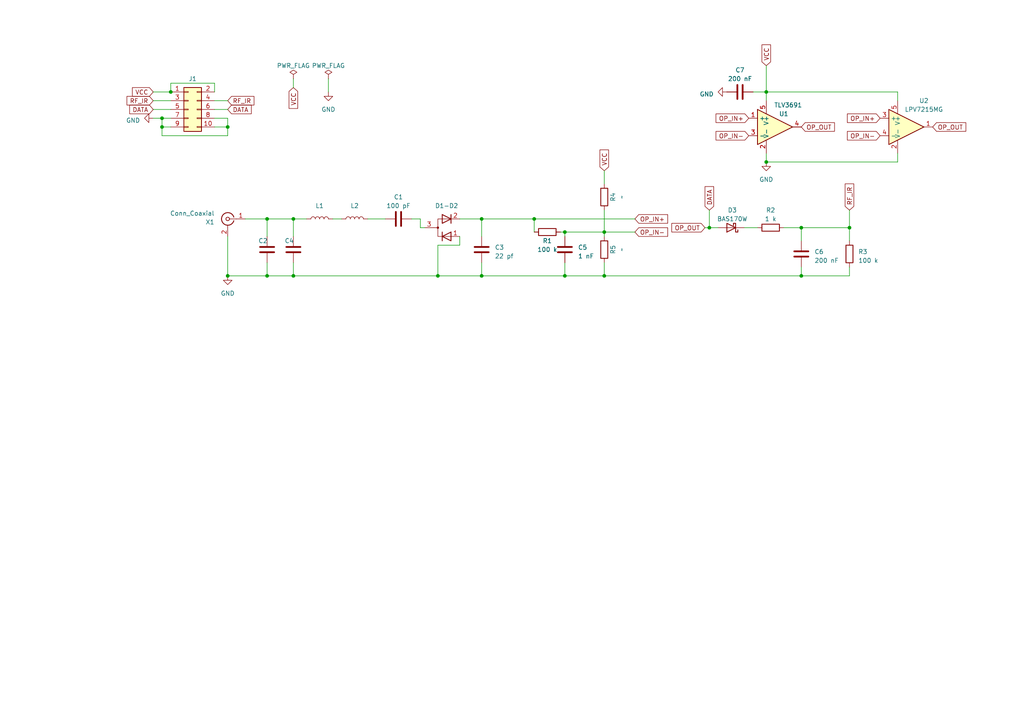
<source format=kicad_sch>
(kicad_sch (version 20230121) (generator eeschema)
  (paper "A4")
  (title_block (title "WUR Frontend") (rev "V1.1"))
  (lib_symbols
    (symbol "Connector:Conn_Coaxial" (pin_names (offset 1.016) hide)
      (property "Reference" "J" (at 0.254 3.048 0))
      (property "Value" "Conn_Coaxial" (at 2.921 0 90))
      (symbol "Conn_Coaxial_0_1"
        (arc (start -1.778 -0.508) (mid 0.2311 -1.8066) (end 1.778 0) (stroke (width 0.254)))
        (polyline (pts (xy -2.54 0) (xy -0.508 0)))
        (polyline (pts (xy 0 -2.54) (xy 0 -1.778)))
        (circle (center 0 0) (radius 0.508) (stroke (width 0.2032)))
        (arc (start 1.778 0) (mid 0.2099 1.8101) (end -1.778 0.508) (stroke (width 0.254)))
      )
      (symbol "Conn_Coaxial_1_1"
        (pin passive line (at -5.08 0 0) (length 2.54) (name "In") (number "1"))
        (pin passive line (at 0 -5.08 90) (length 2.54) (name "Ext") (number "2"))
      )
    )
    (symbol "Connector_Generic:Conn_02x05_Odd_Even" (pin_names (offset 1.016) hide)
      (property "Reference" "J" (at 1.27 7.62 0))
      (property "Value" "Conn_02x05_Odd_Even" (at 1.27 -7.62 0))
      (symbol "Conn_02x05_Odd_Even_1_1"
        (rectangle (start -1.27 -4.953) (end 0 -5.207) (stroke (width 0.1524)))
        (rectangle (start -1.27 -2.413) (end 0 -2.667) (stroke (width 0.1524)))
        (rectangle (start -1.27 0.127) (end 0 -0.127) (stroke (width 0.1524)))
        (rectangle (start -1.27 2.667) (end 0 2.413) (stroke (width 0.1524)))
        (rectangle (start -1.27 5.207) (end 0 4.953) (stroke (width 0.1524)))
        (rectangle (start -1.27 6.35) (end 3.81 -6.35) (stroke (width 0.254)) (fill (type background)))
        (rectangle (start 3.81 -4.953) (end 2.54 -5.207) (stroke (width 0.1524)))
        (rectangle (start 3.81 -2.413) (end 2.54 -2.667) (stroke (width 0.1524)))
        (rectangle (start 3.81 0.127) (end 2.54 -0.127) (stroke (width 0.1524)))
        (rectangle (start 3.81 2.667) (end 2.54 2.413) (stroke (width 0.1524)))
        (rectangle (start 3.81 5.207) (end 2.54 4.953) (stroke (width 0.1524)))
        (pin passive line (at -5.08 5.08 0) (length 3.81) (name "Pin_1") (number "1"))
        (pin passive line (at 7.62 -5.08 180) (length 3.81) (name "Pin_10") (number "10"))
        (pin passive line (at 7.62 5.08 180) (length 3.81) (name "Pin_2") (number "2"))
        (pin passive line (at -5.08 2.54 0) (length 3.81) (name "Pin_3") (number "3"))
        (pin passive line (at 7.62 2.54 180) (length 3.81) (name "Pin_4") (number "4"))
        (pin passive line (at -5.08 0 0) (length 3.81) (name "Pin_5") (number "5"))
        (pin passive line (at 7.62 0 180) (length 3.81) (name "Pin_6") (number "6"))
        (pin passive line (at -5.08 -2.54 0) (length 3.81) (name "Pin_7") (number "7"))
        (pin passive line (at 7.62 -2.54 180) (length 3.81) (name "Pin_8") (number "8"))
        (pin passive line (at -5.08 -5.08 0) (length 3.81) (name "Pin_9") (number "9"))
      )
    )
    (symbol "Device:C" (pin_numbers hide) (pin_names (offset 0.254))
      (property "Reference" "C" (at 0.635 2.54 0))
      (property "Value" "C" (at 0.635 -2.54 0))
      (symbol "C_0_1"
        (polyline (pts (xy -2.032 -0.762) (xy 2.032 -0.762)) (stroke (width 0.508)))
        (polyline (pts (xy -2.032 0.762) (xy 2.032 0.762)) (stroke (width 0.508)))
      )
      (symbol "C_1_1"
        (pin passive line (at 0 3.81 270) (length 2.794) (name "~") (number "1"))
        (pin passive line (at 0 -3.81 90) (length 2.794) (name "~") (number "2"))
      )
    )
    (symbol "Device:D_Dual_Series_AKC_Parallel" (pin_names (offset 0.762) hide)
      (property "Reference" "D" (at 0 5.08 0))
      (property "Value" "D_Dual_Series_AKC_Parallel" (at 0 -5.08 0))
      (symbol "D_Dual_Series_AKC_Parallel_0_0"
        (polyline (pts (xy 0 -1.27) (xy 0 -3.81)) (stroke (width 0.254)))
        (polyline (pts (xy 2.54 3.81) (xy 2.54 1.27)) (stroke (width 0.254)))
      )
      (symbol "D_Dual_Series_AKC_Parallel_0_1"
        (circle (center -1.27 0) (radius 0.254) (fill (type outline)))
        (polyline (pts (xy -1.27 0) (xy -2.54 0)))
        (polyline (pts (xy 2.54 2.54) (xy -1.27 2.54) (xy -1.27 -2.54) (xy 2.54 -2.54)))
        (polyline (pts (xy 0 3.81) (xy 2.54 2.54) (xy 0 1.27) (xy 0 3.81) (xy 0 3.81) (xy 0 3.81)) (stroke (width 0.254)))
        (polyline (pts (xy 2.54 -1.27) (xy 0 -2.54) (xy 2.54 -3.81) (xy 2.54 -1.27) (xy 2.54 -1.27) (xy 2.54 -1.27)) (stroke (width 0.254)))
        (pin passive line (at 5.08 -2.54 180) (length 2.54) (name "K") (number "1"))
        (pin passive line (at 5.08 2.54 180) (length 2.54) (name "K") (number "2"))
        (pin passive line (at -5.08 0 0) (length 2.54) (name "A") (number "3"))
      )
    )
    (symbol "Device:D_Schottky" (pin_numbers hide) (pin_names (offset 1.016) hide)
      (property "Reference" "D" (at 0 2.54 0))
      (property "Value" "D_Schottky" (at 0 -2.54 0))
      (symbol "D_Schottky_0_1"
        (polyline (pts (xy 1.27 0) (xy -1.27 0)))
        (polyline (pts (xy 1.27 1.27) (xy 1.27 -1.27) (xy -1.27 0) (xy 1.27 1.27)) (stroke (width 0.254)))
        (polyline (pts (xy -1.905 0.635) (xy -1.905 1.27) (xy -1.27 1.27) (xy -1.27 -1.27) (xy -0.635 -1.27) (xy -0.635 -0.635)) (stroke (width 0.254)))
      )
      (symbol "D_Schottky_1_1"
        (pin passive line (at -3.81 0 0) (length 2.54) (name "K") (number "1"))
        (pin passive line (at 3.81 0 180) (length 2.54) (name "A") (number "2"))
      )
    )
    (symbol "Device:L" (pin_numbers hide) (pin_names (offset 1.016) hide)
      (property "Reference" "L" (at -1.27 0 90))
      (property "Value" "L" (at 1.905 0 90))
      (symbol "L_0_1"
        (arc (start 0 -2.54) (mid 0.6323 -1.905) (end 0 -1.27))
        (arc (start 0 -1.27) (mid 0.6323 -0.635) (end 0 0))
        (arc (start 0 0) (mid 0.6323 0.635) (end 0 1.27))
        (arc (start 0 1.27) (mid 0.6323 1.905) (end 0 2.54))
      )
      (symbol "L_1_1"
        (pin passive line (at 0 3.81 270) (length 1.27) (name "1") (number "1"))
        (pin passive line (at 0 -3.81 90) (length 1.27) (name "2") (number "2"))
      )
    )
    (symbol "Device:R" (pin_numbers hide) (pin_names (offset 0))
      (property "Reference" "R" (at 2.032 0 90))
      (property "Value" "R" (at 0 0 90))
      (symbol "R_0_1"
        (rectangle (start -1.016 -2.54) (end 1.016 2.54) (stroke (width 0.254)))
      )
      (symbol "R_1_1"
        (pin passive line (at 0 3.81 270) (length 1.27) (name "~") (number "1"))
        (pin passive line (at 0 -3.81 90) (length 1.27) (name "~") (number "2"))
      )
    )
    (symbol "power:GND" (power) (pin_names (offset 0))
      (property "Value" "GND" (at 0 -3.81 0))
      (symbol "GND_0_1"
        (polyline (pts (xy 0 0) (xy 0 -1.27) (xy 1.27 -1.27) (xy 0 -2.54) (xy -1.27 -1.27) (xy 0 -1.27)))
      )
      (symbol "GND_1_1"
        (pin power_in line (at 0 0 270) (length 0) hide (name "GND") (number "1"))
      )
    )
    (symbol "power:PWR_FLAG" (power) (pin_numbers hide) (pin_names (offset 0) hide)
      (property "Value" "PWR_FLAG" (at 0 3.81 0))
      (symbol "PWR_FLAG_0_0"
        (pin power_out line (at 0 0 90) (length 0) (name "pwr") (number "1"))
      )
      (symbol "PWR_FLAG_0_1"
        (polyline (pts (xy 0 0) (xy 0 1.27) (xy -1.016 1.905) (xy 0 2.54) (xy 1.016 1.905) (xy 0 1.27)))
      )
    )
    (symbol "wur:LPV7215MG"
      (property "Reference" "U" (at 5.08 5.08 0))
      (property "Value" "LPV7215MG" (at 6.35 7.62 0))
      (symbol "LPV7215MG_0_1"
        (polyline (pts (xy -2.54 5.08) (xy -2.54 -5.08) (xy 7.62 0) (xy -2.54 5.08)) (stroke (width 0.254)) (fill (type background)))
      )
      (symbol "LPV7215MG_1_1"
        (pin output line (at 10.16 0 180) (length 2.54) (name "~") (number "1"))
        (pin power_in line (at 0 -7.62 90) (length 3.81) (name "V-") (number "2"))
        (pin input line (at -5.08 2.54 0) (length 2.54) (name "+") (number "3"))
        (pin input line (at -5.08 -2.54 0) (length 2.54) (name "-") (number "4"))
        (pin power_in line (at 0 7.62 270) (length 3.81) (name "V+") (number "5"))
      )
    )
    (symbol "wur:TLV3691IDCKR"
      (property "Reference" "U" (at 5.08 5.08 0))
      (symbol "TLV3691IDCKR_0_1"
        (polyline (pts (xy -2.54 5.08) (xy -2.54 -5.08) (xy 7.62 0) (xy -2.54 5.08)) (stroke (width 0.254)) (fill (type background)))
      )
      (symbol "TLV3691IDCKR_1_1"
        (pin input line (at -5.08 2.54 0) (length 2.54) (name "+") (number "1"))
        (pin power_in line (at 0 -7.62 90) (length 3.81) (name "V-") (number "2"))
        (pin input line (at -5.08 -2.54 0) (length 2.54) (name "-") (number "3"))
        (pin output line (at 10.16 0 180) (length 2.54) (name "~") (number "4"))
        (pin power_in line (at 0 7.62 270) (length 3.81) (name "V+") (number "5"))
      )
    )
  )
  (junction (at 46.99 36.83))
  (junction (at 66.04 36.83))
  (junction (at 232.41 66.04))
  (junction (at 205.74 66.04))
  (junction (at 222.25 26.67))
  (junction (at 85.09 63.5))
  (junction (at 46.99 34.29))
  (junction (at 77.47 63.5))
  (junction (at 222.25 46.99))
  (junction (at 77.47 80.01))
  (junction (at 49.53 26.67))
  (junction (at 175.26 67.31))
  (junction (at 139.7 63.5))
  (junction (at 163.83 80.01))
  (junction (at 163.83 67.31))
  (junction (at 139.7 80.01))
  (junction (at 175.26 80.01))
  (junction (at 154.94 63.5))
  (junction (at 85.09 80.01))
  (junction (at 246.38 66.04))
  (junction (at 66.04 80.01))
  (junction (at 127 80.01))
  (junction (at 232.41 80.01))
  (wire (pts (xy 44.45 34.29) (xy 46.99 34.29)))
  (wire (pts (xy 85.09 80.01) (xy 127 80.01)))
  (wire (pts (xy 139.7 68.58) (xy 139.7 63.5)))
  (wire (pts (xy 154.94 63.5) (xy 154.94 67.31)))
  (wire (pts (xy 66.04 68.58) (xy 66.04 80.01)))
  (wire (pts (xy 85.09 63.5) (xy 85.09 68.58)))
  (wire (pts (xy 205.74 60.96) (xy 205.74 66.04)))
  (wire (pts (xy 175.26 80.01) (xy 232.41 80.01)))
  (wire (pts (xy 163.83 67.31) (xy 175.26 67.31)))
  (wire (pts (xy 127 71.12) (xy 127 80.01)))
  (wire (pts (xy 46.99 34.29) (xy 49.53 34.29)))
  (wire (pts (xy 46.99 34.29) (xy 46.99 36.83)))
  (wire (pts (xy 163.83 80.01) (xy 175.26 80.01)))
  (wire (pts (xy 96.52 63.5) (xy 99.06 63.5)))
  (wire (pts (xy 133.35 71.12) (xy 127 71.12)))
  (wire (pts (xy 77.47 80.01) (xy 85.09 80.01)))
  (wire (pts (xy 121.92 66.04) (xy 121.92 63.5)))
  (wire (pts (xy 232.41 77.47) (xy 232.41 80.01)))
  (wire (pts (xy 95.25 22.86) (xy 95.25 26.67)))
  (wire (pts (xy 62.23 29.21) (xy 66.04 29.21)))
  (wire (pts (xy 163.83 68.58) (xy 163.83 67.31)))
  (wire (pts (xy 246.38 60.96) (xy 246.38 66.04)))
  (wire (pts (xy 133.35 68.58) (xy 133.35 71.12)))
  (wire (pts (xy 85.09 63.5) (xy 88.9 63.5)))
  (wire (pts (xy 163.83 76.2) (xy 163.83 80.01)))
  (wire (pts (xy 49.53 26.67) (xy 49.53 24.13)))
  (wire (pts (xy 121.92 63.5) (xy 119.38 63.5)))
  (wire (pts (xy 62.23 31.75) (xy 66.04 31.75)))
  (wire (pts (xy 139.7 76.2) (xy 139.7 80.01)))
  (wire (pts (xy 232.41 80.01) (xy 246.38 80.01)))
  (wire (pts (xy 260.35 44.45) (xy 260.35 46.99)))
  (wire (pts (xy 215.9 66.04) (xy 219.71 66.04)))
  (wire (pts (xy 77.47 63.5) (xy 85.09 63.5)))
  (wire (pts (xy 44.45 31.75) (xy 49.53 31.75)))
  (wire (pts (xy 85.09 22.86) (xy 85.09 25.4)))
  (wire (pts (xy 175.26 76.2) (xy 175.26 80.01)))
  (wire (pts (xy 62.23 24.13) (xy 62.23 26.67)))
  (wire (pts (xy 139.7 63.5) (xy 154.94 63.5)))
  (wire (pts (xy 66.04 39.37) (xy 46.99 39.37)))
  (wire (pts (xy 246.38 69.85) (xy 246.38 66.04)))
  (wire (pts (xy 66.04 36.83) (xy 66.04 39.37)))
  (wire (pts (xy 222.25 46.99) (xy 222.25 44.45)))
  (wire (pts (xy 260.35 26.67) (xy 260.35 29.21)))
  (wire (pts (xy 66.04 80.01) (xy 77.47 80.01)))
  (wire (pts (xy 62.23 36.83) (xy 66.04 36.83)))
  (wire (pts (xy 222.25 26.67) (xy 222.25 29.21)))
  (wire (pts (xy 260.35 46.99) (xy 222.25 46.99)))
  (wire (pts (xy 77.47 80.01) (xy 77.47 76.2)))
  (wire (pts (xy 49.53 24.13) (xy 62.23 24.13)))
  (wire (pts (xy 175.26 67.31) (xy 184.15 67.31)))
  (wire (pts (xy 205.74 66.04) (xy 208.28 66.04)))
  (wire (pts (xy 133.35 63.5) (xy 139.7 63.5)))
  (wire (pts (xy 218.44 26.67) (xy 222.25 26.67)))
  (wire (pts (xy 106.68 63.5) (xy 111.76 63.5)))
  (wire (pts (xy 71.12 63.5) (xy 77.47 63.5)))
  (wire (pts (xy 204.47 66.04) (xy 205.74 66.04)))
  (wire (pts (xy 232.41 66.04) (xy 246.38 66.04)))
  (wire (pts (xy 44.45 29.21) (xy 49.53 29.21)))
  (wire (pts (xy 154.94 63.5) (xy 184.15 63.5)))
  (wire (pts (xy 175.26 49.53) (xy 175.26 53.34)))
  (wire (pts (xy 232.41 66.04) (xy 232.41 69.85)))
  (wire (pts (xy 227.33 66.04) (xy 232.41 66.04)))
  (wire (pts (xy 175.26 67.31) (xy 175.26 68.58)))
  (wire (pts (xy 49.53 36.83) (xy 46.99 36.83)))
  (wire (pts (xy 77.47 63.5) (xy 77.47 68.58)))
  (wire (pts (xy 222.25 26.67) (xy 260.35 26.67)))
  (wire (pts (xy 121.92 66.04) (xy 123.19 66.04)))
  (wire (pts (xy 162.56 67.31) (xy 163.83 67.31)))
  (wire (pts (xy 44.45 26.67) (xy 49.53 26.67)))
  (wire (pts (xy 222.25 19.05) (xy 222.25 26.67)))
  (wire (pts (xy 246.38 77.47) (xy 246.38 80.01)))
  (wire (pts (xy 46.99 36.83) (xy 46.99 39.37)))
  (wire (pts (xy 62.23 34.29) (xy 66.04 34.29)))
  (wire (pts (xy 127 80.01) (xy 139.7 80.01)))
  (wire (pts (xy 66.04 34.29) (xy 66.04 36.83)))
  (wire (pts (xy 175.26 60.96) (xy 175.26 67.31)))
  (wire (pts (xy 139.7 80.01) (xy 163.83 80.01)))
  (wire (pts (xy 85.09 76.2) (xy 85.09 80.01)))
  (global_label "VCC" (shape input) (at 44.45 26.67 180) (property "Intersheetrefs" "${INTERSHEET_REFS}" (effects hide)))
  (global_label "OP_IN-" (shape input) (at 217.17 39.37 180) (property "Intersheetrefs" "${INTERSHEET_REFS}" (effects hide)))
  (global_label "OP_IN+" (shape input) (at 184.15 63.5 0) (property "Intersheetrefs" "${INTERSHEET_REFS}" (effects hide)))
  (global_label "VCC" (shape input) (at 85.09 25.4 270) (property "Intersheetrefs" "${INTERSHEET_REFS}" (effects hide)))
  (global_label "DATA" (shape input) (at 66.04 31.75 0) (property "Intersheetrefs" "${INTERSHEET_REFS}" (effects hide)))
  (global_label "OP_IN+" (shape input) (at 255.27 34.29 180) (property "Intersheetrefs" "${INTERSHEET_REFS}" (effects hide)))
  (global_label "DATA" (shape input) (at 205.74 60.96 90) (property "Intersheetrefs" "${INTERSHEET_REFS}" (effects hide)))
  (global_label "OP_IN-" (shape input) (at 255.27 39.37 180) (property "Intersheetrefs" "${INTERSHEET_REFS}" (effects hide)))
  (global_label "OP_IN+" (shape input) (at 217.17 34.29 180) (property "Intersheetrefs" "${INTERSHEET_REFS}" (effects hide)))
  (global_label "RF_IR" (shape input) (at 44.45 29.21 180) (property "Intersheetrefs" "${INTERSHEET_REFS}" (effects hide)))
  (global_label "VCC" (shape input) (at 222.25 19.05 90) (property "Intersheetrefs" "${INTERSHEET_REFS}" (effects hide)))
  (global_label "DATA" (shape input) (at 44.45 31.75 180) (property "Intersheetrefs" "${INTERSHEET_REFS}" (effects hide)))
  (global_label "RF_IR" (shape input) (at 66.04 29.21 0) (property "Intersheetrefs" "${INTERSHEET_REFS}" (effects hide)))
  (global_label "OP_OUT" (shape input) (at 204.47 66.04 180) (property "Intersheetrefs" "${INTERSHEET_REFS}" (effects hide)))
  (global_label "OP_IN-" (shape input) (at 184.15 67.31 0) (property "Intersheetrefs" "${INTERSHEET_REFS}" (effects hide)))
  (global_label "RF_IR" (shape input) (at 246.38 60.96 90) (property "Intersheetrefs" "${INTERSHEET_REFS}" (effects hide)))
  (global_label "VCC" (shape input) (at 175.26 49.53 90) (property "Intersheetrefs" "${INTERSHEET_REFS}" (effects hide)))
  (global_label "OP_OUT" (shape input) (at 232.41 36.83 0) (property "Intersheetrefs" "${INTERSHEET_REFS}" (effects hide)))
  (global_label "OP_OUT" (shape input) (at 270.51 36.83 0) (property "Intersheetrefs" "${INTERSHEET_REFS}" (effects hide)))
  (symbol (lib_id "Device:C") (at 77.47 72.39 0) (unit 1)
    (property "Reference" "C2" (at 74.93 69.85 0) (effects (justify left)))
    (property "Footprint" "Capacitor_SMD:C_0603_1608Metric_Pad1.08x0.95mm_HandSolder" (effects hide))
  )
  (symbol (lib_id "Device:C") (at 163.83 72.39 180) (unit 1)
    (property "Reference" "C5" (at 167.64 71.755 0) (effects (justify right)))
    (property "Value" "1 nF" (at 167.64 74.295 0) (effects (justify right)))
    (property "Footprint" "Capacitor_SMD:C_0603_1608Metric_Pad1.08x0.95mm_HandSolder" (effects hide))
  )
  (symbol (lib_id "wur:TLV3691IDCKR") (at 222.25 36.83 0) (unit 1)
    (property "Reference" "U1" (at 227.33 33.02 0))
    (property "Value" "TLV3691" (at 228.6 30.48 0))
    (property "Footprint" "wur:DCK_SC70" (effects hide))
  )
  (symbol (lib_id "Device:D_Dual_Series_AKC_Parallel") (at 128.27 66.04 0) (unit 1)
    (property "Reference" "D1-D2" (at 129.54 59.69 0))
    (property "Footprint" "Package_TO_SOT_SMD:SOT-23" (effects hide))
  )
  (symbol (lib_id "Device:C") (at 115.57 63.5 90) (unit 1)
    (property "Reference" "C1" (at 115.57 57.15 90))
    (property "Value" "100 pF" (at 115.57 59.69 90))
    (property "Footprint" "Capacitor_SMD:C_0603_1608Metric_Pad1.08x0.95mm_HandSolder" (effects hide))
  )
  (symbol (lib_id "power:GND") (at 222.25 46.99 0) (unit 1)
    (property "Reference" "#PWR05" (effects hide))
    (property "Value" "GND" (at 222.25 52.07 0))
  )
  (symbol (lib_id "Device:C") (at 139.7 72.39 180) (unit 1)
    (property "Reference" "C3" (at 143.51 71.755 0) (effects (justify right)))
    (property "Value" "22 pf" (at 143.51 74.295 0) (effects (justify right)))
    (property "Footprint" "Capacitor_SMD:C_0603_1608Metric_Pad1.08x0.95mm_HandSolder" (effects hide))
  )
  (symbol (lib_id "Device:C") (at 232.41 73.66 180) (unit 1)
    (property "Reference" "C6" (at 236.22 73.025 0) (effects (justify right)))
    (property "Value" "200 nF" (at 236.22 75.565 0) (effects (justify right)))
    (property "Footprint" "Capacitor_SMD:C_0603_1608Metric_Pad1.08x0.95mm_HandSolder" (effects hide))
  )
  (symbol (lib_id "Device:D_Schottky") (at 212.09 66.04 180) (unit 1)
    (property "Reference" "D3" (at 212.4075 60.96 0))
    (property "Value" "BAS170W" (at 212.4075 63.5 0))
    (property "Footprint" "Diode_SMD:D_SOD-323_HandSoldering" (effects hide))
  )
  (symbol (lib_id "Device:L") (at 92.71 63.5 90) (unit 1)
    (property "Reference" "L1" (at 92.71 59.69 90))
    (property "Value" "L" (effects hide))
    (property "Footprint" "Inductor_SMD:L_0603_1608Metric_Pad1.05x0.95mm_HandSolder" (effects hide))
  )
  (symbol (lib_id "power:GND") (at 95.25 26.67 0) (unit 1)
    (property "Reference" "#PWR04" (effects hide))
    (property "Value" "GND" (at 95.25 31.75 0))
  )
  (symbol (lib_id "Device:R") (at 223.52 66.04 90) (unit 1)
    (property "Reference" "R2" (at 223.52 60.96 90))
    (property "Value" "1 k" (at 223.52 63.5 90))
    (property "Footprint" "Resistor_SMD:R_0603_1608Metric_Pad0.98x0.95mm_HandSolder" (effects hide))
  )
  (symbol (lib_id "Connector_Generic:Conn_02x05_Odd_Even") (at 54.61 31.75 0) (unit 1)
    (property "Reference" "J1" (at 55.88 22.86 0))
    (property "Value" "Conn_02x05_Odd_Even" (effects hide))
    (property "Footprint" "Connector_PinHeader_2.54mm:PinHeader_2x05_P2.54mm_Vertical" (effects hide))
  )
  (symbol (lib_id "Device:C") (at 214.63 26.67 90) (unit 1)
    (property "Reference" "C7" (at 214.63 20.32 90))
    (property "Value" "200 nF" (at 214.63 22.86 90))
    (property "Footprint" "Capacitor_SMD:C_0603_1608Metric_Pad1.08x0.95mm_HandSolder" (effects hide))
  )
  (symbol (lib_id "power:GND") (at 210.82 26.67 270) (unit 1)
    (property "Reference" "#PWR03" (effects hide))
    (property "Value" "GND" (at 207.01 27.305 90) (effects (justify right)))
  )
  (symbol (lib_id "wur:LPV7215MG") (at 260.35 36.83 0) (unit 1)
    (property "Reference" "U2" (at 267.97 29.21 0))
    (property "Value" "LPV7215MG" (at 267.97 31.75 0))
    (property "Footprint" "wur:DCK_SC70" (effects hide))
  )
  (symbol (lib_id "Device:L") (at 102.87 63.5 90) (unit 1)
    (property "Reference" "L2" (at 102.87 59.69 90))
    (property "Value" "L" (effects hide))
    (property "Footprint" "Inductor_SMD:L_0603_1608Metric_Pad1.05x0.95mm_HandSolder" (effects hide))
  )
  (symbol (lib_id "Device:C") (at 85.09 72.39 0) (unit 1)
    (property "Reference" "C4" (at 82.55 69.85 0) (effects (justify left)))
    (property "Footprint" "Capacitor_SMD:C_0603_1608Metric_Pad1.08x0.95mm_HandSolder" (effects hide))
  )
  (symbol (lib_id "power:PWR_FLAG") (at 85.09 22.86 0) (unit 1)
    (property "Reference" "#FLG01" (effects hide))
    (property "Value" "PWR_FLAG" (at 85.09 19.05 0))
  )
  (symbol (lib_id "Connector:Conn_Coaxial") (at 66.04 63.5 0) (mirror y) (unit 1)
    (property "Reference" "X1" (at 62.23 64.4282 0) (effects (justify left)))
    (property "Value" "Conn_Coaxial" (at 62.23 61.8882 0) (effects (justify left)))
    (property "Footprint" "Connector_Coaxial:SMA_Amphenol_132289_EdgeMount" (effects hide))
    (property "Datasheet" " ~" (effects hide))
  )
  (symbol (lib_id "Device:R") (at 175.26 57.15 180) (unit 1)
    (property "Reference" "R4" (at 177.8 57.15 90))
    (property "Value" "~" (at 180.34 57.15 90))
    (property "Footprint" "Resistor_SMD:R_0603_1608Metric_Pad0.98x0.95mm_HandSolder" (effects hide))
  )
  (symbol (lib_id "Device:R") (at 246.38 73.66 0) (unit 1)
    (property "Reference" "R3" (at 248.92 73.025 0) (effects (justify left)))
    (property "Value" "100 k" (at 248.92 75.565 0) (effects (justify left)))
    (property "Footprint" "Resistor_SMD:R_0603_1608Metric_Pad0.98x0.95mm_HandSolder" (effects hide))
  )
  (symbol (lib_id "power:GND") (at 66.04 80.01 0) (unit 1)
    (property "Reference" "#PWR01" (effects hide))
    (property "Value" "GND" (at 66.04 85.09 0))
  )
  (symbol (lib_id "power:PWR_FLAG") (at 95.25 22.86 0) (unit 1)
    (property "Reference" "#FLG02" (effects hide))
    (property "Value" "PWR_FLAG" (at 95.25 19.05 0))
  )
  (symbol (lib_id "Device:R") (at 158.75 67.31 90) (unit 1)
    (property "Reference" "R1" (at 158.75 69.85 90))
    (property "Value" "100 k" (at 158.75 72.39 90))
    (property "Footprint" "Resistor_SMD:R_0603_1608Metric_Pad0.98x0.95mm_HandSolder" (effects hide))
  )
  (symbol (lib_id "power:GND") (at 44.45 34.29 270) (unit 1)
    (property "Reference" "#PWR02" (effects hide))
    (property "Value" "GND" (at 40.64 34.925 90) (effects (justify right)))
  )
  (symbol (lib_id "Device:R") (at 175.26 72.39 180) (unit 1)
    (property "Reference" "R5" (at 177.8 72.39 90))
    (property "Value" "~" (at 180.34 72.39 90))
    (property "Footprint" "Resistor_SMD:R_0603_1608Metric_Pad0.98x0.95mm_HandSolder" (effects hide))
  )
)
</source>
